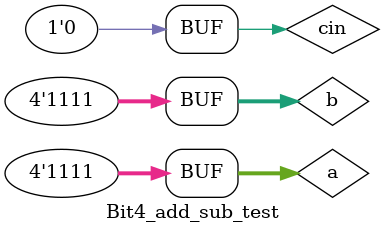
<source format=v>
`timescale 1ns/1ps
module Bit4_add_sub_test;
reg [3:0]a,b;
reg cin;
wire [3:0]y;
wire cout;
Bit4_add_sub uut(.y(y),.cout(cout),.a(a),.b(b),.cin(cin));
initial
begin
$monitor("a=%b , b=%b ,cin=%b ,y=%b ,cout=%b",a,b,cin,s,cout);
end
initial
begin 
a=4'b0000;b=4'b0000;cin=1'b0;
#10 a=4'b0001;b=4'b0001;cin=1'b1;
#10 a=4'b0010;b=4'b0010;cin=1'b0;
#10 a=4'b0011;b=4'b0011;cin=1'b1;
#10 a=4'b0100;b=4'b0100;cin=1'b0;
#10 a=4'b0101;b=4'b0101;cin=1'b1;
#10 a=4'b0111;b=4'b0111;cin=1'b0;
#10 a=4'b1110;b=4'b1110;cin=1'b1;
#10 a=4'b1111;b=4'b1111;cin=1'b0;
end
initial begin
    $dumpfile("Add_sub_wave.vcd");
    $dumpvars();
  end
endmodule

</source>
